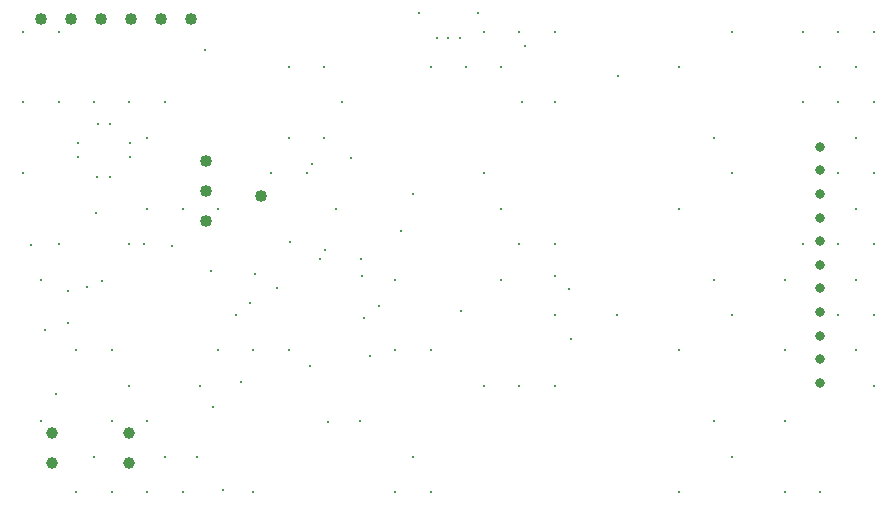
<source format=gbr>
%TF.GenerationSoftware,Altium Limited,Altium Designer,24.1.2 (44)*%
G04 Layer_Color=0*
%FSLAX45Y45*%
%MOMM*%
%TF.SameCoordinates,126283BA-89AD-4916-A54F-9615FB238DFA*%
%TF.FilePolarity,Positive*%
%TF.FileFunction,Plated,1,2,PTH,Drill*%
%TF.Part,Single*%
G01*
G75*
%TA.AperFunction,ComponentDrill*%
%ADD109C,1.02000*%
%ADD110C,1.02000*%
%ADD111C,1.00000*%
%ADD112C,0.80000*%
%TA.AperFunction,ViaDrill,NotFilled*%
%ADD113C,0.30000*%
D109*
X12210000Y7910000D02*
D03*
X10347500Y9410000D02*
D03*
X10601500D02*
D03*
X10855500D02*
D03*
X11109500D02*
D03*
X11363500D02*
D03*
X11617500D02*
D03*
D110*
X11750000Y7696000D02*
D03*
Y7950000D02*
D03*
Y8204000D02*
D03*
D111*
X11097500Y5900000D02*
D03*
Y5650000D02*
D03*
X10447500D02*
D03*
Y5900000D02*
D03*
D112*
X16950000Y8325000D02*
D03*
Y8125000D02*
D03*
Y7925000D02*
D03*
Y7725000D02*
D03*
Y7525000D02*
D03*
Y7325000D02*
D03*
Y7125000D02*
D03*
Y6925000D02*
D03*
Y6725000D02*
D03*
Y6525000D02*
D03*
Y6325000D02*
D03*
D113*
X17399995Y9299997D02*
D03*
Y8699997D02*
D03*
Y8099998D02*
D03*
Y7499998D02*
D03*
Y6899998D02*
D03*
Y6299998D02*
D03*
X17099995Y9299997D02*
D03*
X17249995Y8999997D02*
D03*
X17099995Y8699997D02*
D03*
X17249995Y8399997D02*
D03*
X17099995Y8099998D02*
D03*
X17249995Y7799998D02*
D03*
X17099995Y7499998D02*
D03*
X17249995Y7199998D02*
D03*
X17099995Y6899998D02*
D03*
X17249995Y6599998D02*
D03*
X16799995Y9299997D02*
D03*
X16949995Y8999997D02*
D03*
X16799995Y8699997D02*
D03*
Y7499998D02*
D03*
X16949995Y5399998D02*
D03*
X16649995Y7199998D02*
D03*
Y6599998D02*
D03*
Y5999998D02*
D03*
Y5399998D02*
D03*
X16199995Y9299997D02*
D03*
Y8099998D02*
D03*
Y6899998D02*
D03*
Y5699998D02*
D03*
X16049995Y8399997D02*
D03*
Y7199998D02*
D03*
Y5999998D02*
D03*
X15749995Y8999997D02*
D03*
Y7799998D02*
D03*
Y6599998D02*
D03*
Y5399998D02*
D03*
X14699995Y9299997D02*
D03*
Y8699997D02*
D03*
Y7499998D02*
D03*
Y6899998D02*
D03*
Y6299998D02*
D03*
X14399995Y9299997D02*
D03*
Y7499998D02*
D03*
Y6299998D02*
D03*
X14099995Y9299997D02*
D03*
X14249995Y8999997D02*
D03*
X14099995Y8099998D02*
D03*
X14249995Y7799998D02*
D03*
Y7199998D02*
D03*
X14099995Y6299998D02*
D03*
X13949995Y8999997D02*
D03*
X13649995D02*
D03*
Y6599998D02*
D03*
X13499995Y5699998D02*
D03*
X13649995Y5399998D02*
D03*
X13349995Y7199998D02*
D03*
Y6599998D02*
D03*
Y5399998D02*
D03*
X12899995Y8699997D02*
D03*
X13049995Y5999998D02*
D03*
X12749996Y8999997D02*
D03*
Y8399997D02*
D03*
X12599996Y8099998D02*
D03*
X12449996Y8999997D02*
D03*
Y8399997D02*
D03*
X12299996Y8099998D02*
D03*
X12449996Y6599998D02*
D03*
X11999996Y6899998D02*
D03*
X12149996Y6599998D02*
D03*
Y5399998D02*
D03*
X11849996Y7799998D02*
D03*
Y6599998D02*
D03*
X11699996Y6299998D02*
D03*
X11399997Y8699997D02*
D03*
X11549996Y7799998D02*
D03*
X11399997Y5699998D02*
D03*
X11549996Y5399998D02*
D03*
X11099997Y8699997D02*
D03*
X11249997Y8399997D02*
D03*
Y7799998D02*
D03*
X11099997Y7499998D02*
D03*
Y6299998D02*
D03*
X11249997Y5999998D02*
D03*
Y5399998D02*
D03*
X10799997Y8699997D02*
D03*
X10949997Y6599998D02*
D03*
Y5999998D02*
D03*
X10799997Y5699998D02*
D03*
X10949997Y5399998D02*
D03*
X10499997Y9299997D02*
D03*
Y8699997D02*
D03*
Y7499998D02*
D03*
X10649997Y6599998D02*
D03*
Y5399998D02*
D03*
X10199997Y9299997D02*
D03*
Y8699997D02*
D03*
Y8099998D02*
D03*
X10349997Y7199998D02*
D03*
Y5999998D02*
D03*
X11740000Y9140000D02*
D03*
X13060001Y7370000D02*
D03*
X11790000Y7270000D02*
D03*
X10741256Y7138755D02*
D03*
X11460000Y7480000D02*
D03*
X12460000Y7520000D02*
D03*
X10820000Y7760000D02*
D03*
X10932500Y8070000D02*
D03*
X11102500Y8240000D02*
D03*
X11220000Y7504600D02*
D03*
X10870000Y7190000D02*
D03*
X10580000Y6830000D02*
D03*
X12710000Y7370000D02*
D03*
X12160123Y7250656D02*
D03*
X12760000Y7450000D02*
D03*
X10475000Y6235000D02*
D03*
X12650000Y8180000D02*
D03*
X12850000Y7800000D02*
D03*
X13397099Y7610000D02*
D03*
X13500000Y7925000D02*
D03*
X12975000Y8225000D02*
D03*
X12350000Y7125000D02*
D03*
X12125000Y7000000D02*
D03*
X13800000Y9245000D02*
D03*
X13900000D02*
D03*
X13700000D02*
D03*
X13550000Y9455000D02*
D03*
X14050000D02*
D03*
X11670000Y5700000D02*
D03*
X13210001Y6980000D02*
D03*
X10266790Y7490403D02*
D03*
X13070000Y7230000D02*
D03*
X13910001Y6930000D02*
D03*
X13139999Y6550000D02*
D03*
X12040940Y6328914D02*
D03*
X12630000Y6470000D02*
D03*
X13090137Y6875250D02*
D03*
X10582500Y7100001D02*
D03*
X10382500Y6775000D02*
D03*
X15235001Y8927500D02*
D03*
X14425000Y8700000D02*
D03*
X14450000Y9175000D02*
D03*
X10822500Y8070000D02*
D03*
X10662500Y8240000D02*
D03*
Y8360000D02*
D03*
X10832500Y8520000D02*
D03*
X10932500D02*
D03*
X11102500Y8360000D02*
D03*
X14820399Y7120000D02*
D03*
X14700000Y7230000D02*
D03*
X12784601Y5990200D02*
D03*
X11805000Y6120000D02*
D03*
X11890000Y5420000D02*
D03*
X14839999Y6700000D02*
D03*
X15230000Y6900000D02*
D03*
%TF.MD5,122cd9962f9dfdb755f7990a013f0f62*%
M02*

</source>
